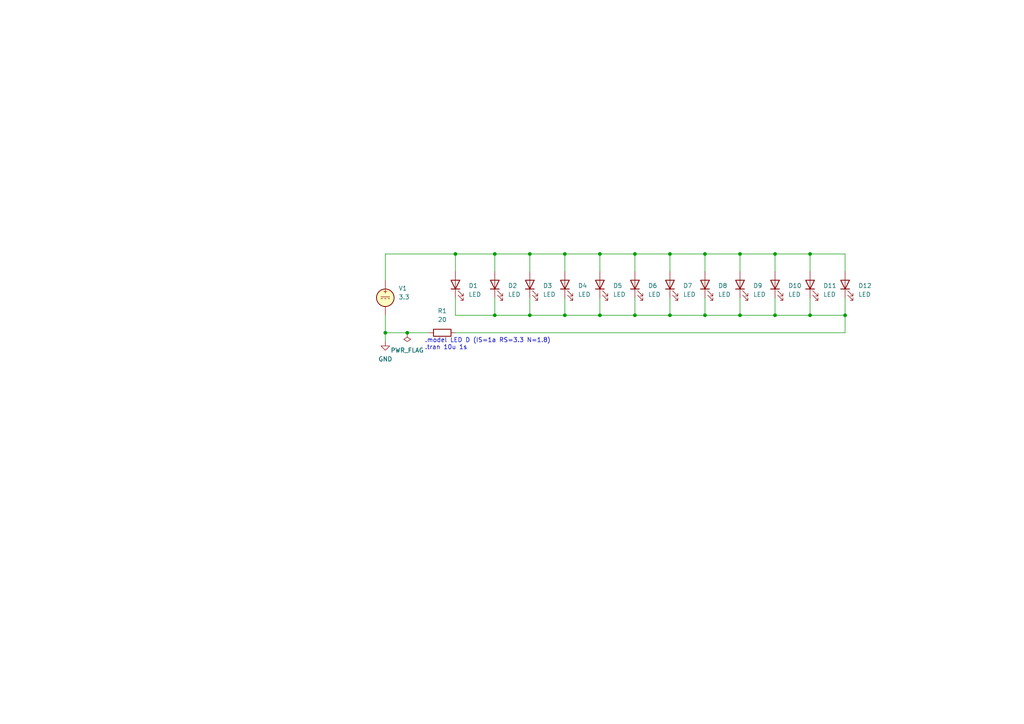
<source format=kicad_sch>
(kicad_sch (version 20211123) (generator eeschema)

  (uuid c813c79f-b708-4472-b42b-e4913a59b2fa)

  (paper "A4")

  (lib_symbols
    (symbol "Device:LED" (pin_numbers hide) (pin_names (offset 1.016) hide) (in_bom yes) (on_board yes)
      (property "Reference" "D" (id 0) (at 0 2.54 0)
        (effects (font (size 1.27 1.27)))
      )
      (property "Value" "LED" (id 1) (at 0 -2.54 0)
        (effects (font (size 1.27 1.27)))
      )
      (property "Footprint" "" (id 2) (at 0 0 0)
        (effects (font (size 1.27 1.27)) hide)
      )
      (property "Datasheet" "~" (id 3) (at 0 0 0)
        (effects (font (size 1.27 1.27)) hide)
      )
      (property "ki_keywords" "LED diode" (id 4) (at 0 0 0)
        (effects (font (size 1.27 1.27)) hide)
      )
      (property "ki_description" "Light emitting diode" (id 5) (at 0 0 0)
        (effects (font (size 1.27 1.27)) hide)
      )
      (property "ki_fp_filters" "LED* LED_SMD:* LED_THT:*" (id 6) (at 0 0 0)
        (effects (font (size 1.27 1.27)) hide)
      )
      (symbol "LED_0_1"
        (polyline
          (pts
            (xy -1.27 -1.27)
            (xy -1.27 1.27)
          )
          (stroke (width 0.254) (type default) (color 0 0 0 0))
          (fill (type none))
        )
        (polyline
          (pts
            (xy -1.27 0)
            (xy 1.27 0)
          )
          (stroke (width 0) (type default) (color 0 0 0 0))
          (fill (type none))
        )
        (polyline
          (pts
            (xy 1.27 -1.27)
            (xy 1.27 1.27)
            (xy -1.27 0)
            (xy 1.27 -1.27)
          )
          (stroke (width 0.254) (type default) (color 0 0 0 0))
          (fill (type none))
        )
        (polyline
          (pts
            (xy -3.048 -0.762)
            (xy -4.572 -2.286)
            (xy -3.81 -2.286)
            (xy -4.572 -2.286)
            (xy -4.572 -1.524)
          )
          (stroke (width 0) (type default) (color 0 0 0 0))
          (fill (type none))
        )
        (polyline
          (pts
            (xy -1.778 -0.762)
            (xy -3.302 -2.286)
            (xy -2.54 -2.286)
            (xy -3.302 -2.286)
            (xy -3.302 -1.524)
          )
          (stroke (width 0) (type default) (color 0 0 0 0))
          (fill (type none))
        )
      )
      (symbol "LED_1_1"
        (pin passive line (at -3.81 0 0) (length 2.54)
          (name "K" (effects (font (size 1.27 1.27))))
          (number "1" (effects (font (size 1.27 1.27))))
        )
        (pin passive line (at 3.81 0 180) (length 2.54)
          (name "A" (effects (font (size 1.27 1.27))))
          (number "2" (effects (font (size 1.27 1.27))))
        )
      )
    )
    (symbol "Device:R" (pin_numbers hide) (pin_names (offset 0)) (in_bom yes) (on_board yes)
      (property "Reference" "R" (id 0) (at 2.032 0 90)
        (effects (font (size 1.27 1.27)))
      )
      (property "Value" "R" (id 1) (at 0 0 90)
        (effects (font (size 1.27 1.27)))
      )
      (property "Footprint" "" (id 2) (at -1.778 0 90)
        (effects (font (size 1.27 1.27)) hide)
      )
      (property "Datasheet" "~" (id 3) (at 0 0 0)
        (effects (font (size 1.27 1.27)) hide)
      )
      (property "ki_keywords" "R res resistor" (id 4) (at 0 0 0)
        (effects (font (size 1.27 1.27)) hide)
      )
      (property "ki_description" "Resistor" (id 5) (at 0 0 0)
        (effects (font (size 1.27 1.27)) hide)
      )
      (property "ki_fp_filters" "R_*" (id 6) (at 0 0 0)
        (effects (font (size 1.27 1.27)) hide)
      )
      (symbol "R_0_1"
        (rectangle (start -1.016 -2.54) (end 1.016 2.54)
          (stroke (width 0.254) (type default) (color 0 0 0 0))
          (fill (type none))
        )
      )
      (symbol "R_1_1"
        (pin passive line (at 0 3.81 270) (length 1.27)
          (name "~" (effects (font (size 1.27 1.27))))
          (number "1" (effects (font (size 1.27 1.27))))
        )
        (pin passive line (at 0 -3.81 90) (length 1.27)
          (name "~" (effects (font (size 1.27 1.27))))
          (number "2" (effects (font (size 1.27 1.27))))
        )
      )
    )
    (symbol "Simulation_SPICE:VDC" (pin_numbers hide) (pin_names (offset 0.0254)) (in_bom yes) (on_board yes)
      (property "Reference" "V" (id 0) (at 2.54 2.54 0)
        (effects (font (size 1.27 1.27)) (justify left))
      )
      (property "Value" "VDC" (id 1) (at 2.54 0 0)
        (effects (font (size 1.27 1.27)) (justify left))
      )
      (property "Footprint" "" (id 2) (at 0 0 0)
        (effects (font (size 1.27 1.27)) hide)
      )
      (property "Datasheet" "~" (id 3) (at 0 0 0)
        (effects (font (size 1.27 1.27)) hide)
      )
      (property "Spice_Netlist_Enabled" "Y" (id 4) (at 0 0 0)
        (effects (font (size 1.27 1.27)) (justify left) hide)
      )
      (property "Spice_Primitive" "V" (id 5) (at 0 0 0)
        (effects (font (size 1.27 1.27)) (justify left) hide)
      )
      (property "Spice_Model" "dc(1)" (id 6) (at 2.54 -2.54 0)
        (effects (font (size 1.27 1.27)) (justify left))
      )
      (property "ki_keywords" "simulation" (id 7) (at 0 0 0)
        (effects (font (size 1.27 1.27)) hide)
      )
      (property "ki_description" "Voltage source, DC" (id 8) (at 0 0 0)
        (effects (font (size 1.27 1.27)) hide)
      )
      (symbol "VDC_0_0"
        (polyline
          (pts
            (xy -1.27 0.254)
            (xy 1.27 0.254)
          )
          (stroke (width 0) (type default) (color 0 0 0 0))
          (fill (type none))
        )
        (polyline
          (pts
            (xy -0.762 -0.254)
            (xy -1.27 -0.254)
          )
          (stroke (width 0) (type default) (color 0 0 0 0))
          (fill (type none))
        )
        (polyline
          (pts
            (xy 0.254 -0.254)
            (xy -0.254 -0.254)
          )
          (stroke (width 0) (type default) (color 0 0 0 0))
          (fill (type none))
        )
        (polyline
          (pts
            (xy 1.27 -0.254)
            (xy 0.762 -0.254)
          )
          (stroke (width 0) (type default) (color 0 0 0 0))
          (fill (type none))
        )
        (text "+" (at 0 1.905 0)
          (effects (font (size 1.27 1.27)))
        )
      )
      (symbol "VDC_0_1"
        (circle (center 0 0) (radius 2.54)
          (stroke (width 0.254) (type default) (color 0 0 0 0))
          (fill (type background))
        )
      )
      (symbol "VDC_1_1"
        (pin passive line (at 0 5.08 270) (length 2.54)
          (name "~" (effects (font (size 1.27 1.27))))
          (number "1" (effects (font (size 1.27 1.27))))
        )
        (pin passive line (at 0 -5.08 90) (length 2.54)
          (name "~" (effects (font (size 1.27 1.27))))
          (number "2" (effects (font (size 1.27 1.27))))
        )
      )
    )
    (symbol "power:GND" (power) (pin_names (offset 0)) (in_bom yes) (on_board yes)
      (property "Reference" "#PWR" (id 0) (at 0 -6.35 0)
        (effects (font (size 1.27 1.27)) hide)
      )
      (property "Value" "GND" (id 1) (at 0 -3.81 0)
        (effects (font (size 1.27 1.27)))
      )
      (property "Footprint" "" (id 2) (at 0 0 0)
        (effects (font (size 1.27 1.27)) hide)
      )
      (property "Datasheet" "" (id 3) (at 0 0 0)
        (effects (font (size 1.27 1.27)) hide)
      )
      (property "ki_keywords" "power-flag" (id 4) (at 0 0 0)
        (effects (font (size 1.27 1.27)) hide)
      )
      (property "ki_description" "Power symbol creates a global label with name \"GND\" , ground" (id 5) (at 0 0 0)
        (effects (font (size 1.27 1.27)) hide)
      )
      (symbol "GND_0_1"
        (polyline
          (pts
            (xy 0 0)
            (xy 0 -1.27)
            (xy 1.27 -1.27)
            (xy 0 -2.54)
            (xy -1.27 -1.27)
            (xy 0 -1.27)
          )
          (stroke (width 0) (type default) (color 0 0 0 0))
          (fill (type none))
        )
      )
      (symbol "GND_1_1"
        (pin power_in line (at 0 0 270) (length 0) hide
          (name "GND" (effects (font (size 1.27 1.27))))
          (number "1" (effects (font (size 1.27 1.27))))
        )
      )
    )
    (symbol "power:PWR_FLAG" (power) (pin_numbers hide) (pin_names (offset 0) hide) (in_bom yes) (on_board yes)
      (property "Reference" "#FLG" (id 0) (at 0 1.905 0)
        (effects (font (size 1.27 1.27)) hide)
      )
      (property "Value" "PWR_FLAG" (id 1) (at 0 3.81 0)
        (effects (font (size 1.27 1.27)))
      )
      (property "Footprint" "" (id 2) (at 0 0 0)
        (effects (font (size 1.27 1.27)) hide)
      )
      (property "Datasheet" "~" (id 3) (at 0 0 0)
        (effects (font (size 1.27 1.27)) hide)
      )
      (property "ki_keywords" "power-flag" (id 4) (at 0 0 0)
        (effects (font (size 1.27 1.27)) hide)
      )
      (property "ki_description" "Special symbol for telling ERC where power comes from" (id 5) (at 0 0 0)
        (effects (font (size 1.27 1.27)) hide)
      )
      (symbol "PWR_FLAG_0_0"
        (pin power_out line (at 0 0 90) (length 0)
          (name "pwr" (effects (font (size 1.27 1.27))))
          (number "1" (effects (font (size 1.27 1.27))))
        )
      )
      (symbol "PWR_FLAG_0_1"
        (polyline
          (pts
            (xy 0 0)
            (xy 0 1.27)
            (xy -1.016 1.905)
            (xy 0 2.54)
            (xy 1.016 1.905)
            (xy 0 1.27)
          )
          (stroke (width 0) (type default) (color 0 0 0 0))
          (fill (type none))
        )
      )
    )
  )

  (junction (at 118.11 96.52) (diameter 0) (color 0 0 0 0)
    (uuid 0a667321-adfe-4231-81c6-908d5e642c33)
  )
  (junction (at 173.99 91.44) (diameter 0) (color 0 0 0 0)
    (uuid 14f57c31-b4e8-4445-a0c2-dde3b1711515)
  )
  (junction (at 184.15 73.66) (diameter 0) (color 0 0 0 0)
    (uuid 19dc5a6b-513a-4ccd-8ca1-84c12a62f687)
  )
  (junction (at 184.15 91.44) (diameter 0) (color 0 0 0 0)
    (uuid 1f0b3fdf-37a0-4053-baf9-63b7edc2d8f8)
  )
  (junction (at 224.79 73.66) (diameter 0) (color 0 0 0 0)
    (uuid 20305721-ec6f-435f-9f6f-09c3659f67aa)
  )
  (junction (at 214.63 73.66) (diameter 0) (color 0 0 0 0)
    (uuid 2aef0fb9-5efe-468e-bfa5-90e40f2a3641)
  )
  (junction (at 204.47 91.44) (diameter 0) (color 0 0 0 0)
    (uuid 2b768f4e-f301-4c1a-ba71-7143277824c1)
  )
  (junction (at 234.95 73.66) (diameter 0) (color 0 0 0 0)
    (uuid 2c46b1ce-82ce-41c3-87c8-54f047585e94)
  )
  (junction (at 214.63 91.44) (diameter 0) (color 0 0 0 0)
    (uuid 2fc6ef52-9017-4849-81cd-2594f26dc22d)
  )
  (junction (at 245.11 91.44) (diameter 0) (color 0 0 0 0)
    (uuid 2fc8aebb-d976-42fc-85bb-009a137defb5)
  )
  (junction (at 132.08 73.66) (diameter 0) (color 0 0 0 0)
    (uuid 30275a07-4867-4193-b9e4-7fdebdb8522a)
  )
  (junction (at 173.99 73.66) (diameter 0) (color 0 0 0 0)
    (uuid 3f06467d-d99f-4e1c-9c7d-8023d4cf2862)
  )
  (junction (at 143.51 91.44) (diameter 0) (color 0 0 0 0)
    (uuid 434eee56-9c17-44c2-9682-b4a1778feb2e)
  )
  (junction (at 111.76 96.52) (diameter 0) (color 0 0 0 0)
    (uuid 55147954-3a66-40a6-8f75-29b016b78a76)
  )
  (junction (at 153.67 91.44) (diameter 0) (color 0 0 0 0)
    (uuid 5febaa71-4aaa-4c9f-b82e-c7b4edcd02c0)
  )
  (junction (at 153.67 73.66) (diameter 0) (color 0 0 0 0)
    (uuid 75f50ec1-f056-41d4-8441-f05e08b7c2be)
  )
  (junction (at 163.83 73.66) (diameter 0) (color 0 0 0 0)
    (uuid 89aebeb2-6ec6-4447-9a29-d9278b7fa935)
  )
  (junction (at 224.79 91.44) (diameter 0) (color 0 0 0 0)
    (uuid 8a469f73-ac8f-4478-9295-1cb48fcc1975)
  )
  (junction (at 204.47 73.66) (diameter 0) (color 0 0 0 0)
    (uuid 9adf02cd-a1de-4159-a0f8-3c4fd1485aea)
  )
  (junction (at 143.51 73.66) (diameter 0) (color 0 0 0 0)
    (uuid 9b0f7c40-d461-4b22-b087-4093a5a9937d)
  )
  (junction (at 234.95 91.44) (diameter 0) (color 0 0 0 0)
    (uuid a2b798ab-09ed-41e8-8071-6d9422cc2e36)
  )
  (junction (at 163.83 91.44) (diameter 0) (color 0 0 0 0)
    (uuid a5f79c1f-1e31-4e1b-8c0d-7e6d018aac95)
  )
  (junction (at 194.31 91.44) (diameter 0) (color 0 0 0 0)
    (uuid bc469f2e-1df6-40e6-9632-b48b7c6139d9)
  )
  (junction (at 194.31 73.66) (diameter 0) (color 0 0 0 0)
    (uuid f8589e02-b2bf-4ddc-9a12-56c389de1e87)
  )

  (wire (pts (xy 118.11 96.52) (xy 124.46 96.52))
    (stroke (width 0) (type default) (color 0 0 0 0))
    (uuid 0baeb3d1-084b-4d8c-9e6e-1c693448ba28)
  )
  (wire (pts (xy 111.76 73.66) (xy 111.76 81.28))
    (stroke (width 0) (type default) (color 0 0 0 0))
    (uuid 0e9a18f5-ab22-4e50-abcb-a10a23f01e52)
  )
  (wire (pts (xy 245.11 86.36) (xy 245.11 91.44))
    (stroke (width 0) (type default) (color 0 0 0 0))
    (uuid 14162178-b726-49bb-ae71-ef9b3675c9bb)
  )
  (wire (pts (xy 163.83 86.36) (xy 163.83 91.44))
    (stroke (width 0) (type default) (color 0 0 0 0))
    (uuid 14cd19c9-6ef0-469a-8a54-b7a19d2ef57a)
  )
  (wire (pts (xy 224.79 73.66) (xy 234.95 73.66))
    (stroke (width 0) (type default) (color 0 0 0 0))
    (uuid 1704336c-bd3f-405e-801b-97c63e35b9da)
  )
  (wire (pts (xy 111.76 91.44) (xy 111.76 96.52))
    (stroke (width 0) (type default) (color 0 0 0 0))
    (uuid 19d9083e-8730-4085-9255-9b1d3ebfd4a9)
  )
  (wire (pts (xy 143.51 73.66) (xy 153.67 73.66))
    (stroke (width 0) (type default) (color 0 0 0 0))
    (uuid 1e8122eb-9b42-4de8-acfe-fcc8d357ac77)
  )
  (wire (pts (xy 204.47 73.66) (xy 214.63 73.66))
    (stroke (width 0) (type default) (color 0 0 0 0))
    (uuid 23dd95dd-322c-4051-b0b7-fc3cd126d67e)
  )
  (wire (pts (xy 224.79 86.36) (xy 224.79 91.44))
    (stroke (width 0) (type default) (color 0 0 0 0))
    (uuid 2592dc7f-39ae-4b2b-b36c-ce2c38ae1273)
  )
  (wire (pts (xy 194.31 73.66) (xy 204.47 73.66))
    (stroke (width 0) (type default) (color 0 0 0 0))
    (uuid 26dd8fec-4794-4561-b429-b7ac8512bbd4)
  )
  (wire (pts (xy 163.83 73.66) (xy 173.99 73.66))
    (stroke (width 0) (type default) (color 0 0 0 0))
    (uuid 274e232b-3db3-428c-af64-fd50944d7121)
  )
  (wire (pts (xy 194.31 91.44) (xy 204.47 91.44))
    (stroke (width 0) (type default) (color 0 0 0 0))
    (uuid 2aa9eaab-6337-4d88-bddf-6bf32188a5ab)
  )
  (wire (pts (xy 245.11 73.66) (xy 245.11 78.74))
    (stroke (width 0) (type default) (color 0 0 0 0))
    (uuid 2d420108-3421-4f7b-8a37-9ea8ff308701)
  )
  (wire (pts (xy 214.63 73.66) (xy 224.79 73.66))
    (stroke (width 0) (type default) (color 0 0 0 0))
    (uuid 2d7b4b06-f253-4080-a885-88243cc4a5f4)
  )
  (wire (pts (xy 204.47 91.44) (xy 214.63 91.44))
    (stroke (width 0) (type default) (color 0 0 0 0))
    (uuid 31d8d446-a261-48ca-bd3d-34f1ce523362)
  )
  (wire (pts (xy 132.08 78.74) (xy 132.08 73.66))
    (stroke (width 0) (type default) (color 0 0 0 0))
    (uuid 3db69b01-9fe4-496e-aa0e-ea270fd5508c)
  )
  (wire (pts (xy 245.11 91.44) (xy 245.11 96.52))
    (stroke (width 0) (type default) (color 0 0 0 0))
    (uuid 41887ceb-28e0-4897-9c13-9cc3b0f28322)
  )
  (wire (pts (xy 163.83 73.66) (xy 163.83 78.74))
    (stroke (width 0) (type default) (color 0 0 0 0))
    (uuid 4d18c4ed-88bf-4a05-b45a-60a0ae4b977f)
  )
  (wire (pts (xy 184.15 91.44) (xy 194.31 91.44))
    (stroke (width 0) (type default) (color 0 0 0 0))
    (uuid 50c599d9-1154-4a8c-9a0f-9fc70c945d00)
  )
  (wire (pts (xy 184.15 73.66) (xy 184.15 78.74))
    (stroke (width 0) (type default) (color 0 0 0 0))
    (uuid 5302cc98-c417-4855-a2a5-871578ac1a63)
  )
  (wire (pts (xy 204.47 73.66) (xy 204.47 78.74))
    (stroke (width 0) (type default) (color 0 0 0 0))
    (uuid 536e3494-18aa-4532-a201-efd72df1144b)
  )
  (wire (pts (xy 143.51 91.44) (xy 153.67 91.44))
    (stroke (width 0) (type default) (color 0 0 0 0))
    (uuid 554bc9cf-07ec-4f34-bbe7-3418d407d051)
  )
  (wire (pts (xy 224.79 73.66) (xy 224.79 78.74))
    (stroke (width 0) (type default) (color 0 0 0 0))
    (uuid 59a5c17c-7c27-4d75-a118-3be338648fd3)
  )
  (wire (pts (xy 234.95 73.66) (xy 245.11 73.66))
    (stroke (width 0) (type default) (color 0 0 0 0))
    (uuid 5a0ba90c-7210-4c47-ab66-9cda7b4859ae)
  )
  (wire (pts (xy 194.31 86.36) (xy 194.31 91.44))
    (stroke (width 0) (type default) (color 0 0 0 0))
    (uuid 5b210bad-9c5e-42fb-be0b-5af070e27d5c)
  )
  (wire (pts (xy 132.08 86.36) (xy 132.08 91.44))
    (stroke (width 0) (type default) (color 0 0 0 0))
    (uuid 5bb9b70a-8c6d-4da2-aa7c-c647b7ff2014)
  )
  (wire (pts (xy 153.67 86.36) (xy 153.67 91.44))
    (stroke (width 0) (type default) (color 0 0 0 0))
    (uuid 6229da88-98b5-47b8-a692-b9bdf850dbb2)
  )
  (wire (pts (xy 143.51 78.74) (xy 143.51 73.66))
    (stroke (width 0) (type default) (color 0 0 0 0))
    (uuid 6277e679-17cf-476f-846e-157e92b9314a)
  )
  (wire (pts (xy 163.83 91.44) (xy 173.99 91.44))
    (stroke (width 0) (type default) (color 0 0 0 0))
    (uuid 6b7ff963-570d-4637-b819-93ac4923d711)
  )
  (wire (pts (xy 173.99 78.74) (xy 173.99 73.66))
    (stroke (width 0) (type default) (color 0 0 0 0))
    (uuid 708f27dc-05a3-4131-bbaa-de74abfcfeaf)
  )
  (wire (pts (xy 111.76 96.52) (xy 118.11 96.52))
    (stroke (width 0) (type default) (color 0 0 0 0))
    (uuid 7d94efa8-fd53-45df-88cd-adb80b3435a2)
  )
  (wire (pts (xy 194.31 73.66) (xy 194.31 78.74))
    (stroke (width 0) (type default) (color 0 0 0 0))
    (uuid 8011b99f-8f89-486f-a9b9-f79197210cfc)
  )
  (wire (pts (xy 153.67 91.44) (xy 163.83 91.44))
    (stroke (width 0) (type default) (color 0 0 0 0))
    (uuid 806a6baa-b76c-481c-8a6a-15965d85a14b)
  )
  (wire (pts (xy 204.47 86.36) (xy 204.47 91.44))
    (stroke (width 0) (type default) (color 0 0 0 0))
    (uuid 83326ba8-34e2-4fe3-92a7-32b10d10425d)
  )
  (wire (pts (xy 214.63 86.36) (xy 214.63 91.44))
    (stroke (width 0) (type default) (color 0 0 0 0))
    (uuid 969ebcc6-db18-41e5-96b6-6c6025a7bd68)
  )
  (wire (pts (xy 184.15 73.66) (xy 194.31 73.66))
    (stroke (width 0) (type default) (color 0 0 0 0))
    (uuid 9bef1116-8cab-418d-ad41-7b943f121afa)
  )
  (wire (pts (xy 234.95 73.66) (xy 234.95 78.74))
    (stroke (width 0) (type default) (color 0 0 0 0))
    (uuid 9fb1f85b-28f3-4915-8d03-9a30577d0dba)
  )
  (wire (pts (xy 173.99 91.44) (xy 184.15 91.44))
    (stroke (width 0) (type default) (color 0 0 0 0))
    (uuid a3c76b9f-0e61-4035-8bbe-f4f3cb8b1ccf)
  )
  (wire (pts (xy 132.08 91.44) (xy 143.51 91.44))
    (stroke (width 0) (type default) (color 0 0 0 0))
    (uuid a407dad6-149b-4f79-8fdf-de987e1a139c)
  )
  (wire (pts (xy 143.51 86.36) (xy 143.51 91.44))
    (stroke (width 0) (type default) (color 0 0 0 0))
    (uuid a7133aa7-3d6b-44ae-b358-77b82787951d)
  )
  (wire (pts (xy 153.67 73.66) (xy 153.67 78.74))
    (stroke (width 0) (type default) (color 0 0 0 0))
    (uuid a751b604-f6d5-4a2c-9593-1579735d4345)
  )
  (wire (pts (xy 214.63 91.44) (xy 224.79 91.44))
    (stroke (width 0) (type default) (color 0 0 0 0))
    (uuid a967c168-eeb0-4529-a576-f60c64bad3e8)
  )
  (wire (pts (xy 184.15 86.36) (xy 184.15 91.44))
    (stroke (width 0) (type default) (color 0 0 0 0))
    (uuid b281cd20-0989-4dc2-9bf9-a68eed2d42bd)
  )
  (wire (pts (xy 224.79 91.44) (xy 234.95 91.44))
    (stroke (width 0) (type default) (color 0 0 0 0))
    (uuid b535f38a-8aa7-49a5-9e46-ec4f64ed3716)
  )
  (wire (pts (xy 234.95 86.36) (xy 234.95 91.44))
    (stroke (width 0) (type default) (color 0 0 0 0))
    (uuid b7a41836-d0ea-481c-8c7c-95b7bd53b9ed)
  )
  (wire (pts (xy 132.08 73.66) (xy 143.51 73.66))
    (stroke (width 0) (type default) (color 0 0 0 0))
    (uuid c2c1c995-98e8-4554-9c2b-a8a20ccc027e)
  )
  (wire (pts (xy 111.76 73.66) (xy 132.08 73.66))
    (stroke (width 0) (type default) (color 0 0 0 0))
    (uuid daf5ad61-bada-470b-b608-c36599337715)
  )
  (wire (pts (xy 111.76 96.52) (xy 111.76 99.06))
    (stroke (width 0) (type default) (color 0 0 0 0))
    (uuid f32331a1-02de-44ab-947e-374eb9261b1a)
  )
  (wire (pts (xy 214.63 73.66) (xy 214.63 78.74))
    (stroke (width 0) (type default) (color 0 0 0 0))
    (uuid f52632ea-0409-4f5e-b52e-da2d629d026d)
  )
  (wire (pts (xy 132.08 96.52) (xy 245.11 96.52))
    (stroke (width 0) (type default) (color 0 0 0 0))
    (uuid f88cc6b6-42a6-4551-8b35-9ec6575ab2d5)
  )
  (wire (pts (xy 173.99 73.66) (xy 184.15 73.66))
    (stroke (width 0) (type default) (color 0 0 0 0))
    (uuid fa1fa594-811c-4be6-a58c-2ec86c23455a)
  )
  (wire (pts (xy 173.99 86.36) (xy 173.99 91.44))
    (stroke (width 0) (type default) (color 0 0 0 0))
    (uuid fbf82aed-0f94-4774-b089-b3f351490540)
  )
  (wire (pts (xy 234.95 91.44) (xy 245.11 91.44))
    (stroke (width 0) (type default) (color 0 0 0 0))
    (uuid ff549e7f-6d22-4f02-876e-0ef88f8deed5)
  )
  (wire (pts (xy 153.67 73.66) (xy 163.83 73.66))
    (stroke (width 0) (type default) (color 0 0 0 0))
    (uuid ffe2d3df-2858-48f8-a05d-b1b0646edda2)
  )

  (text ".model LED D (IS=1a RS=3.3 N=1.8)\n.tran 10u 1s" (at 123.19 101.6 0)
    (effects (font (size 1.27 1.27)) (justify left bottom))
    (uuid 77b76ccf-4669-4e34-b620-9b53a5129e5a)
  )

  (symbol (lib_id "power:PWR_FLAG") (at 118.11 96.52 180) (unit 1)
    (in_bom yes) (on_board yes) (fields_autoplaced)
    (uuid 1963fdb7-377d-4640-8f57-67cdb439b6b8)
    (property "Reference" "#FLG0101" (id 0) (at 118.11 98.425 0)
      (effects (font (size 1.27 1.27)) hide)
    )
    (property "Value" "PWR_FLAG" (id 1) (at 118.11 101.6 0))
    (property "Footprint" "" (id 2) (at 118.11 96.52 0)
      (effects (font (size 1.27 1.27)) hide)
    )
    (property "Datasheet" "~" (id 3) (at 118.11 96.52 0)
      (effects (font (size 1.27 1.27)) hide)
    )
    (pin "1" (uuid a6593ec6-cb3b-4e6e-a988-79db02b1fadf))
  )

  (symbol (lib_id "Device:LED") (at 194.31 82.55 90) (unit 1)
    (in_bom yes) (on_board yes) (fields_autoplaced)
    (uuid 2355d3b0-b538-4a34-81e0-0d7718fafe18)
    (property "Reference" "D7" (id 0) (at 198.12 82.8674 90)
      (effects (font (size 1.27 1.27)) (justify right))
    )
    (property "Value" "LED" (id 1) (at 198.12 85.4074 90)
      (effects (font (size 1.27 1.27)) (justify right))
    )
    (property "Footprint" "LED_THT:LED_D5.0mm" (id 2) (at 194.31 82.55 0)
      (effects (font (size 1.27 1.27)) hide)
    )
    (property "Datasheet" "~" (id 3) (at 194.31 82.55 0)
      (effects (font (size 1.27 1.27)) hide)
    )
    (property "Spice_Primitive" "D" (id 4) (at 194.31 82.55 0)
      (effects (font (size 1.27 1.27)) hide)
    )
    (property "Spice_Model" "LED" (id 5) (at 194.31 82.55 0)
      (effects (font (size 1.27 1.27)) hide)
    )
    (property "Spice_Netlist_Enabled" "Y" (id 6) (at 194.31 82.55 0)
      (effects (font (size 1.27 1.27)) hide)
    )
    (pin "1" (uuid 28861853-f640-429d-9d25-e74700921f43))
    (pin "2" (uuid 2347e5e3-7b58-4110-b207-1e90bc45f0ca))
  )

  (symbol (lib_id "Device:LED") (at 234.95 82.55 90) (unit 1)
    (in_bom yes) (on_board yes) (fields_autoplaced)
    (uuid 3cc75b9d-aa8b-46b5-8c7e-bfb88a928be0)
    (property "Reference" "D11" (id 0) (at 238.76 82.8674 90)
      (effects (font (size 1.27 1.27)) (justify right))
    )
    (property "Value" "LED" (id 1) (at 238.76 85.4074 90)
      (effects (font (size 1.27 1.27)) (justify right))
    )
    (property "Footprint" "LED_THT:LED_D5.0mm" (id 2) (at 234.95 82.55 0)
      (effects (font (size 1.27 1.27)) hide)
    )
    (property "Datasheet" "~" (id 3) (at 234.95 82.55 0)
      (effects (font (size 1.27 1.27)) hide)
    )
    (property "Spice_Primitive" "D" (id 4) (at 234.95 82.55 0)
      (effects (font (size 1.27 1.27)) hide)
    )
    (property "Spice_Model" "LED" (id 5) (at 234.95 82.55 0)
      (effects (font (size 1.27 1.27)) hide)
    )
    (property "Spice_Netlist_Enabled" "Y" (id 6) (at 234.95 82.55 0)
      (effects (font (size 1.27 1.27)) hide)
    )
    (pin "1" (uuid 9099a90d-6dea-4180-a361-5b535b0fd040))
    (pin "2" (uuid f28ae05d-e78b-4a61-a62b-b6cf5eb0361a))
  )

  (symbol (lib_id "Device:LED") (at 184.15 82.55 90) (unit 1)
    (in_bom yes) (on_board yes) (fields_autoplaced)
    (uuid 42c317ac-175b-4486-8a1d-2e93922407b9)
    (property "Reference" "D6" (id 0) (at 187.96 82.8674 90)
      (effects (font (size 1.27 1.27)) (justify right))
    )
    (property "Value" "LED" (id 1) (at 187.96 85.4074 90)
      (effects (font (size 1.27 1.27)) (justify right))
    )
    (property "Footprint" "LED_THT:LED_D5.0mm" (id 2) (at 184.15 82.55 0)
      (effects (font (size 1.27 1.27)) hide)
    )
    (property "Datasheet" "~" (id 3) (at 184.15 82.55 0)
      (effects (font (size 1.27 1.27)) hide)
    )
    (property "Spice_Primitive" "D" (id 4) (at 184.15 82.55 0)
      (effects (font (size 1.27 1.27)) hide)
    )
    (property "Spice_Model" "LED" (id 5) (at 184.15 82.55 0)
      (effects (font (size 1.27 1.27)) hide)
    )
    (property "Spice_Netlist_Enabled" "Y" (id 6) (at 184.15 82.55 0)
      (effects (font (size 1.27 1.27)) hide)
    )
    (pin "1" (uuid ee1777bb-ebb5-4c8f-92a1-4aa22568eb41))
    (pin "2" (uuid 5c2160b5-9abc-4b7a-914f-9fdd85750eb7))
  )

  (symbol (lib_id "Device:LED") (at 163.83 82.55 90) (unit 1)
    (in_bom yes) (on_board yes) (fields_autoplaced)
    (uuid 48c8e6e7-fb96-403f-afde-becc367bd2a8)
    (property "Reference" "D4" (id 0) (at 167.64 82.8674 90)
      (effects (font (size 1.27 1.27)) (justify right))
    )
    (property "Value" "LED" (id 1) (at 167.64 85.4074 90)
      (effects (font (size 1.27 1.27)) (justify right))
    )
    (property "Footprint" "LED_THT:LED_D5.0mm" (id 2) (at 163.83 82.55 0)
      (effects (font (size 1.27 1.27)) hide)
    )
    (property "Datasheet" "~" (id 3) (at 163.83 82.55 0)
      (effects (font (size 1.27 1.27)) hide)
    )
    (property "Spice_Primitive" "D" (id 4) (at 163.83 82.55 0)
      (effects (font (size 1.27 1.27)) hide)
    )
    (property "Spice_Model" "LED" (id 5) (at 163.83 82.55 0)
      (effects (font (size 1.27 1.27)) hide)
    )
    (property "Spice_Netlist_Enabled" "Y" (id 6) (at 163.83 82.55 0)
      (effects (font (size 1.27 1.27)) hide)
    )
    (pin "1" (uuid ebec8bcd-8cd2-4be4-9178-aad17320026a))
    (pin "2" (uuid e0ecfe36-5a61-4c6e-80fd-f57d935a2cc5))
  )

  (symbol (lib_id "Device:R") (at 128.27 96.52 270) (unit 1)
    (in_bom yes) (on_board yes) (fields_autoplaced)
    (uuid 49e14d08-2f4b-460f-9fad-d5388e46734d)
    (property "Reference" "R1" (id 0) (at 128.27 90.17 90))
    (property "Value" "20" (id 1) (at 128.27 92.71 90))
    (property "Footprint" "Resistor_THT:R_Axial_DIN0207_L6.3mm_D2.5mm_P10.16mm_Horizontal" (id 2) (at 128.27 94.742 90)
      (effects (font (size 1.27 1.27)) hide)
    )
    (property "Datasheet" "~" (id 3) (at 128.27 96.52 0)
      (effects (font (size 1.27 1.27)) hide)
    )
    (property "Spice_Primitive" "R" (id 4) (at 128.27 96.52 0)
      (effects (font (size 1.27 1.27)) hide)
    )
    (property "Spice_Model" "20" (id 5) (at 128.27 96.52 0))
    (property "Spice_Netlist_Enabled" "Y" (id 6) (at 128.27 96.52 0)
      (effects (font (size 1.27 1.27)) hide)
    )
    (pin "1" (uuid 6b8226b2-1a3a-4080-bbec-eeb966b654f8))
    (pin "2" (uuid 3061d4a1-f7d3-4e03-a9ff-f69b39e401d3))
  )

  (symbol (lib_id "Simulation_SPICE:VDC") (at 111.76 86.36 0) (unit 1)
    (in_bom yes) (on_board yes) (fields_autoplaced)
    (uuid 674d4991-c79a-484e-981c-ea6a6121d2f2)
    (property "Reference" "V1" (id 0) (at 115.57 83.6301 0)
      (effects (font (size 1.27 1.27)) (justify left))
    )
    (property "Value" "3.3" (id 1) (at 115.57 86.1701 0)
      (effects (font (size 1.27 1.27)) (justify left))
    )
    (property "Footprint" "TerminalBlock:TerminalBlock_bornier-2_P5.08mm" (id 2) (at 111.76 86.36 0)
      (effects (font (size 1.27 1.27)) hide)
    )
    (property "Datasheet" "~" (id 3) (at 111.76 86.36 0)
      (effects (font (size 1.27 1.27)) hide)
    )
    (property "Spice_Netlist_Enabled" "Y" (id 4) (at 111.76 86.36 0)
      (effects (font (size 1.27 1.27)) (justify left) hide)
    )
    (property "Spice_Primitive" "V" (id 5) (at 111.76 86.36 0)
      (effects (font (size 1.27 1.27)) (justify left) hide)
    )
    (property "Spice_Model" "dc(3.3)" (id 6) (at 115.57 88.7101 0)
      (effects (font (size 1.27 1.27)) (justify left))
    )
    (pin "1" (uuid 6a1f1106-273b-4a28-8d05-0a9d019f7003))
    (pin "2" (uuid 385e8c94-2674-4327-9cae-2344831b6bf8))
  )

  (symbol (lib_id "Device:LED") (at 204.47 82.55 90) (unit 1)
    (in_bom yes) (on_board yes) (fields_autoplaced)
    (uuid 70f784e4-71b9-4a03-b62a-a8c03a17fdc8)
    (property "Reference" "D8" (id 0) (at 208.28 82.8674 90)
      (effects (font (size 1.27 1.27)) (justify right))
    )
    (property "Value" "LED" (id 1) (at 208.28 85.4074 90)
      (effects (font (size 1.27 1.27)) (justify right))
    )
    (property "Footprint" "LED_THT:LED_D5.0mm" (id 2) (at 204.47 82.55 0)
      (effects (font (size 1.27 1.27)) hide)
    )
    (property "Datasheet" "~" (id 3) (at 204.47 82.55 0)
      (effects (font (size 1.27 1.27)) hide)
    )
    (property "Spice_Primitive" "D" (id 4) (at 204.47 82.55 0)
      (effects (font (size 1.27 1.27)) hide)
    )
    (property "Spice_Model" "LED" (id 5) (at 204.47 82.55 0)
      (effects (font (size 1.27 1.27)) hide)
    )
    (property "Spice_Netlist_Enabled" "Y" (id 6) (at 204.47 82.55 0)
      (effects (font (size 1.27 1.27)) hide)
    )
    (pin "1" (uuid c81c3e68-8877-4bd8-9dcc-b5be999be87f))
    (pin "2" (uuid 8c2ecc4b-a37f-4697-98ea-b4d68dfeb326))
  )

  (symbol (lib_id "Device:LED") (at 153.67 82.55 90) (unit 1)
    (in_bom yes) (on_board yes) (fields_autoplaced)
    (uuid 7733812c-7e61-43d1-bda0-838255775139)
    (property "Reference" "D3" (id 0) (at 157.48 82.8674 90)
      (effects (font (size 1.27 1.27)) (justify right))
    )
    (property "Value" "LED" (id 1) (at 157.48 85.4074 90)
      (effects (font (size 1.27 1.27)) (justify right))
    )
    (property "Footprint" "LED_THT:LED_D5.0mm" (id 2) (at 153.67 82.55 0)
      (effects (font (size 1.27 1.27)) hide)
    )
    (property "Datasheet" "~" (id 3) (at 153.67 82.55 0)
      (effects (font (size 1.27 1.27)) hide)
    )
    (property "Spice_Primitive" "D" (id 4) (at 153.67 82.55 0)
      (effects (font (size 1.27 1.27)) hide)
    )
    (property "Spice_Model" "LED" (id 5) (at 153.67 82.55 0)
      (effects (font (size 1.27 1.27)) hide)
    )
    (property "Spice_Netlist_Enabled" "Y" (id 6) (at 153.67 82.55 0)
      (effects (font (size 1.27 1.27)) hide)
    )
    (pin "1" (uuid 597f349e-508b-4fc9-9d28-9481bf38c58e))
    (pin "2" (uuid f580021a-d166-4c0e-91c9-1c1ef8c94a4a))
  )

  (symbol (lib_id "Device:LED") (at 173.99 82.55 90) (unit 1)
    (in_bom yes) (on_board yes) (fields_autoplaced)
    (uuid 7cf25420-c717-4810-b4de-9f24d76f806c)
    (property "Reference" "D5" (id 0) (at 177.8 82.8674 90)
      (effects (font (size 1.27 1.27)) (justify right))
    )
    (property "Value" "LED" (id 1) (at 177.8 85.4074 90)
      (effects (font (size 1.27 1.27)) (justify right))
    )
    (property "Footprint" "LED_THT:LED_D5.0mm" (id 2) (at 173.99 82.55 0)
      (effects (font (size 1.27 1.27)) hide)
    )
    (property "Datasheet" "~" (id 3) (at 173.99 82.55 0)
      (effects (font (size 1.27 1.27)) hide)
    )
    (property "Spice_Primitive" "D" (id 4) (at 173.99 82.55 0)
      (effects (font (size 1.27 1.27)) hide)
    )
    (property "Spice_Model" "LED" (id 5) (at 173.99 82.55 0)
      (effects (font (size 1.27 1.27)) hide)
    )
    (property "Spice_Netlist_Enabled" "Y" (id 6) (at 173.99 82.55 0)
      (effects (font (size 1.27 1.27)) hide)
    )
    (pin "1" (uuid 362af592-683a-4e0d-9941-63943a323248))
    (pin "2" (uuid 60a54c4f-4edd-4922-ac9b-0c1c6f757ab2))
  )

  (symbol (lib_id "Device:LED") (at 132.08 82.55 90) (unit 1)
    (in_bom yes) (on_board yes) (fields_autoplaced)
    (uuid 7f07debd-1638-43eb-ab7d-d07d1d424454)
    (property "Reference" "D1" (id 0) (at 135.89 82.8674 90)
      (effects (font (size 1.27 1.27)) (justify right))
    )
    (property "Value" "LED" (id 1) (at 135.89 85.4074 90)
      (effects (font (size 1.27 1.27)) (justify right))
    )
    (property "Footprint" "LED_THT:LED_D5.0mm" (id 2) (at 132.08 82.55 0)
      (effects (font (size 1.27 1.27)) hide)
    )
    (property "Datasheet" "~" (id 3) (at 132.08 82.55 0)
      (effects (font (size 1.27 1.27)) hide)
    )
    (property "Spice_Primitive" "D" (id 4) (at 132.08 82.55 0)
      (effects (font (size 1.27 1.27)) hide)
    )
    (property "Spice_Model" "LED" (id 5) (at 132.08 82.55 0)
      (effects (font (size 1.27 1.27)) hide)
    )
    (property "Spice_Netlist_Enabled" "Y" (id 6) (at 132.08 82.55 0)
      (effects (font (size 1.27 1.27)) hide)
    )
    (pin "1" (uuid 3f4a80ab-bafc-4890-853d-d16fd7231541))
    (pin "2" (uuid edf51158-2b55-48bd-a2be-1b40d3237c83))
  )

  (symbol (lib_id "Device:LED") (at 214.63 82.55 90) (unit 1)
    (in_bom yes) (on_board yes) (fields_autoplaced)
    (uuid 9ee93281-3ddf-4fb1-b190-425a301dc87a)
    (property "Reference" "D9" (id 0) (at 218.44 82.8674 90)
      (effects (font (size 1.27 1.27)) (justify right))
    )
    (property "Value" "LED" (id 1) (at 218.44 85.4074 90)
      (effects (font (size 1.27 1.27)) (justify right))
    )
    (property "Footprint" "LED_THT:LED_D5.0mm" (id 2) (at 214.63 82.55 0)
      (effects (font (size 1.27 1.27)) hide)
    )
    (property "Datasheet" "~" (id 3) (at 214.63 82.55 0)
      (effects (font (size 1.27 1.27)) hide)
    )
    (property "Spice_Primitive" "D" (id 4) (at 214.63 82.55 0)
      (effects (font (size 1.27 1.27)) hide)
    )
    (property "Spice_Model" "LED" (id 5) (at 214.63 82.55 0)
      (effects (font (size 1.27 1.27)) hide)
    )
    (property "Spice_Netlist_Enabled" "Y" (id 6) (at 214.63 82.55 0)
      (effects (font (size 1.27 1.27)) hide)
    )
    (pin "1" (uuid 4ba14481-5b69-468b-a55a-b17593c27ecb))
    (pin "2" (uuid fc08b1f1-0f05-4d82-8c43-ca74baff9032))
  )

  (symbol (lib_id "power:GND") (at 111.76 99.06 0) (unit 1)
    (in_bom yes) (on_board yes) (fields_autoplaced)
    (uuid b86b2307-9b29-4733-be5c-6ce08e39bf22)
    (property "Reference" "#PWR01" (id 0) (at 111.76 105.41 0)
      (effects (font (size 1.27 1.27)) hide)
    )
    (property "Value" "GND" (id 1) (at 111.76 104.14 0))
    (property "Footprint" "" (id 2) (at 111.76 99.06 0)
      (effects (font (size 1.27 1.27)) hide)
    )
    (property "Datasheet" "" (id 3) (at 111.76 99.06 0)
      (effects (font (size 1.27 1.27)) hide)
    )
    (pin "1" (uuid 71653c7d-f5fe-4fb5-8a5a-1aa16dd785f0))
  )

  (symbol (lib_id "Device:LED") (at 143.51 82.55 90) (unit 1)
    (in_bom yes) (on_board yes) (fields_autoplaced)
    (uuid d6d0f155-c080-46f0-8273-b72ba796a178)
    (property "Reference" "D2" (id 0) (at 147.32 82.8674 90)
      (effects (font (size 1.27 1.27)) (justify right))
    )
    (property "Value" "LED" (id 1) (at 147.32 85.4074 90)
      (effects (font (size 1.27 1.27)) (justify right))
    )
    (property "Footprint" "LED_THT:LED_D5.0mm" (id 2) (at 143.51 82.55 0)
      (effects (font (size 1.27 1.27)) hide)
    )
    (property "Datasheet" "~" (id 3) (at 143.51 82.55 0)
      (effects (font (size 1.27 1.27)) hide)
    )
    (property "Spice_Primitive" "D" (id 4) (at 143.51 82.55 0)
      (effects (font (size 1.27 1.27)) hide)
    )
    (property "Spice_Model" "LED" (id 5) (at 143.51 82.55 0)
      (effects (font (size 1.27 1.27)) hide)
    )
    (property "Spice_Netlist_Enabled" "Y" (id 6) (at 143.51 82.55 0)
      (effects (font (size 1.27 1.27)) hide)
    )
    (pin "1" (uuid 1ac59647-ba2d-4722-b70a-6153b88f44a5))
    (pin "2" (uuid de82f0d2-5e72-4a86-9515-f9d20a830a8c))
  )

  (symbol (lib_id "Device:LED") (at 245.11 82.55 90) (unit 1)
    (in_bom yes) (on_board yes) (fields_autoplaced)
    (uuid d87b0c83-3c92-4485-bf20-19a73f50178b)
    (property "Reference" "D12" (id 0) (at 248.92 82.8674 90)
      (effects (font (size 1.27 1.27)) (justify right))
    )
    (property "Value" "LED" (id 1) (at 248.92 85.4074 90)
      (effects (font (size 1.27 1.27)) (justify right))
    )
    (property "Footprint" "LED_THT:LED_D5.0mm" (id 2) (at 245.11 82.55 0)
      (effects (font (size 1.27 1.27)) hide)
    )
    (property "Datasheet" "~" (id 3) (at 245.11 82.55 0)
      (effects (font (size 1.27 1.27)) hide)
    )
    (property "Spice_Primitive" "D" (id 4) (at 245.11 82.55 0)
      (effects (font (size 1.27 1.27)) hide)
    )
    (property "Spice_Model" "LED" (id 5) (at 245.11 82.55 0)
      (effects (font (size 1.27 1.27)) hide)
    )
    (property "Spice_Netlist_Enabled" "Y" (id 6) (at 245.11 82.55 0)
      (effects (font (size 1.27 1.27)) hide)
    )
    (pin "1" (uuid 9670b23d-bdad-4fe3-923e-31952226c7b0))
    (pin "2" (uuid 4ee1394b-e44a-41d4-8e5e-164301020b5a))
  )

  (symbol (lib_id "Device:LED") (at 224.79 82.55 90) (unit 1)
    (in_bom yes) (on_board yes) (fields_autoplaced)
    (uuid e1656c4a-5013-4a13-a60a-8ab56e8d4167)
    (property "Reference" "D10" (id 0) (at 228.6 82.8674 90)
      (effects (font (size 1.27 1.27)) (justify right))
    )
    (property "Value" "LED" (id 1) (at 228.6 85.4074 90)
      (effects (font (size 1.27 1.27)) (justify right))
    )
    (property "Footprint" "LED_THT:LED_D5.0mm" (id 2) (at 224.79 82.55 0)
      (effects (font (size 1.27 1.27)) hide)
    )
    (property "Datasheet" "~" (id 3) (at 224.79 82.55 0)
      (effects (font (size 1.27 1.27)) hide)
    )
    (property "Spice_Primitive" "D" (id 4) (at 224.79 82.55 0)
      (effects (font (size 1.27 1.27)) hide)
    )
    (property "Spice_Model" "LED" (id 5) (at 224.79 82.55 0)
      (effects (font (size 1.27 1.27)) hide)
    )
    (property "Spice_Netlist_Enabled" "Y" (id 6) (at 224.79 82.55 0)
      (effects (font (size 1.27 1.27)) hide)
    )
    (pin "1" (uuid 758dbf05-b61c-4f9f-89d6-8f5b7a3a847a))
    (pin "2" (uuid 3fe609d9-149b-46ca-99f0-4bf97ffc9550))
  )

  (sheet_instances
    (path "/" (page "1"))
  )

  (symbol_instances
    (path "/1963fdb7-377d-4640-8f57-67cdb439b6b8"
      (reference "#FLG0101") (unit 1) (value "PWR_FLAG") (footprint "")
    )
    (path "/b86b2307-9b29-4733-be5c-6ce08e39bf22"
      (reference "#PWR01") (unit 1) (value "GND") (footprint "")
    )
    (path "/7f07debd-1638-43eb-ab7d-d07d1d424454"
      (reference "D1") (unit 1) (value "LED") (footprint "LED_THT:LED_D5.0mm")
    )
    (path "/d6d0f155-c080-46f0-8273-b72ba796a178"
      (reference "D2") (unit 1) (value "LED") (footprint "LED_THT:LED_D5.0mm")
    )
    (path "/7733812c-7e61-43d1-bda0-838255775139"
      (reference "D3") (unit 1) (value "LED") (footprint "LED_THT:LED_D5.0mm")
    )
    (path "/48c8e6e7-fb96-403f-afde-becc367bd2a8"
      (reference "D4") (unit 1) (value "LED") (footprint "LED_THT:LED_D5.0mm")
    )
    (path "/7cf25420-c717-4810-b4de-9f24d76f806c"
      (reference "D5") (unit 1) (value "LED") (footprint "LED_THT:LED_D5.0mm")
    )
    (path "/42c317ac-175b-4486-8a1d-2e93922407b9"
      (reference "D6") (unit 1) (value "LED") (footprint "LED_THT:LED_D5.0mm")
    )
    (path "/2355d3b0-b538-4a34-81e0-0d7718fafe18"
      (reference "D7") (unit 1) (value "LED") (footprint "LED_THT:LED_D5.0mm")
    )
    (path "/70f784e4-71b9-4a03-b62a-a8c03a17fdc8"
      (reference "D8") (unit 1) (value "LED") (footprint "LED_THT:LED_D5.0mm")
    )
    (path "/9ee93281-3ddf-4fb1-b190-425a301dc87a"
      (reference "D9") (unit 1) (value "LED") (footprint "LED_THT:LED_D5.0mm")
    )
    (path "/e1656c4a-5013-4a13-a60a-8ab56e8d4167"
      (reference "D10") (unit 1) (value "LED") (footprint "LED_THT:LED_D5.0mm")
    )
    (path "/3cc75b9d-aa8b-46b5-8c7e-bfb88a928be0"
      (reference "D11") (unit 1) (value "LED") (footprint "LED_THT:LED_D5.0mm")
    )
    (path "/d87b0c83-3c92-4485-bf20-19a73f50178b"
      (reference "D12") (unit 1) (value "LED") (footprint "LED_THT:LED_D5.0mm")
    )
    (path "/49e14d08-2f4b-460f-9fad-d5388e46734d"
      (reference "R1") (unit 1) (value "20") (footprint "Resistor_THT:R_Axial_DIN0207_L6.3mm_D2.5mm_P10.16mm_Horizontal")
    )
    (path "/674d4991-c79a-484e-981c-ea6a6121d2f2"
      (reference "V1") (unit 1) (value "3.3") (footprint "TerminalBlock:TerminalBlock_bornier-2_P5.08mm")
    )
  )
)

</source>
